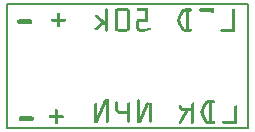
<source format=gbo>
G04 MADE WITH FRITZING*
G04 WWW.FRITZING.ORG*
G04 DOUBLE SIDED*
G04 HOLES PLATED*
G04 CONTOUR ON CENTER OF CONTOUR VECTOR*
%ASAXBY*%
%FSLAX23Y23*%
%MOIN*%
%OFA0B0*%
%SFA1.0B1.0*%
%ADD10R,0.808531X0.421496X0.792531X0.405496*%
%ADD11C,0.008000*%
%ADD12R,0.001000X0.001000*%
%LNSILK0*%
G90*
G70*
G54D11*
X4Y417D02*
X805Y417D01*
X805Y4D01*
X4Y4D01*
X4Y417D01*
D02*
G54D12*
X333Y401D02*
X337Y401D01*
X369Y401D02*
X406Y401D01*
X438Y401D02*
X474Y401D01*
X596Y401D02*
X615Y401D01*
X648Y401D02*
X691Y401D01*
X332Y400D02*
X338Y400D01*
X368Y400D02*
X407Y400D01*
X437Y400D02*
X474Y400D01*
X592Y400D02*
X617Y400D01*
X645Y400D02*
X692Y400D01*
X757Y400D02*
X762Y400D01*
X331Y399D02*
X339Y399D01*
X366Y399D02*
X409Y399D01*
X436Y399D02*
X474Y399D01*
X589Y399D02*
X618Y399D01*
X644Y399D02*
X692Y399D01*
X756Y399D02*
X763Y399D01*
X331Y398D02*
X339Y398D01*
X365Y398D02*
X410Y398D01*
X436Y398D02*
X474Y398D01*
X588Y398D02*
X619Y398D01*
X643Y398D02*
X692Y398D01*
X755Y398D02*
X764Y398D01*
X331Y397D02*
X340Y397D01*
X365Y397D02*
X410Y397D01*
X435Y397D02*
X474Y397D01*
X587Y397D02*
X619Y397D01*
X643Y397D02*
X692Y397D01*
X755Y397D02*
X764Y397D01*
X331Y396D02*
X340Y396D01*
X364Y396D02*
X411Y396D01*
X436Y396D02*
X474Y396D01*
X586Y396D02*
X619Y396D01*
X643Y396D02*
X692Y396D01*
X755Y396D02*
X764Y396D01*
X331Y395D02*
X340Y395D01*
X364Y395D02*
X411Y395D01*
X436Y395D02*
X474Y395D01*
X585Y395D02*
X619Y395D01*
X643Y395D02*
X692Y395D01*
X755Y395D02*
X764Y395D01*
X331Y394D02*
X340Y394D01*
X363Y394D02*
X412Y394D01*
X436Y394D02*
X474Y394D01*
X584Y394D02*
X619Y394D01*
X643Y394D02*
X692Y394D01*
X755Y394D02*
X764Y394D01*
X331Y393D02*
X340Y393D01*
X363Y393D02*
X412Y393D01*
X437Y393D02*
X474Y393D01*
X584Y393D02*
X618Y393D01*
X644Y393D02*
X692Y393D01*
X755Y393D02*
X764Y393D01*
X331Y392D02*
X340Y392D01*
X363Y392D02*
X412Y392D01*
X439Y392D02*
X474Y392D01*
X583Y392D02*
X617Y392D01*
X645Y392D02*
X692Y392D01*
X755Y392D02*
X764Y392D01*
X331Y391D02*
X340Y391D01*
X363Y391D02*
X372Y391D01*
X403Y391D02*
X412Y391D01*
X465Y391D02*
X474Y391D01*
X583Y391D02*
X615Y391D01*
X648Y391D02*
X692Y391D01*
X755Y391D02*
X764Y391D01*
X331Y390D02*
X340Y390D01*
X363Y390D02*
X372Y390D01*
X403Y390D02*
X412Y390D01*
X465Y390D02*
X474Y390D01*
X582Y390D02*
X593Y390D01*
X600Y390D02*
X610Y390D01*
X683Y390D02*
X692Y390D01*
X755Y390D02*
X764Y390D01*
X331Y389D02*
X340Y389D01*
X363Y389D02*
X372Y389D01*
X403Y389D02*
X412Y389D01*
X465Y389D02*
X474Y389D01*
X582Y389D02*
X592Y389D01*
X600Y389D02*
X610Y389D01*
X683Y389D02*
X692Y389D01*
X755Y389D02*
X764Y389D01*
X331Y388D02*
X340Y388D01*
X363Y388D02*
X372Y388D01*
X403Y388D02*
X412Y388D01*
X465Y388D02*
X474Y388D01*
X581Y388D02*
X591Y388D01*
X600Y388D02*
X610Y388D01*
X683Y388D02*
X692Y388D01*
X755Y388D02*
X764Y388D01*
X173Y387D02*
X177Y387D01*
X331Y387D02*
X340Y387D01*
X363Y387D02*
X372Y387D01*
X403Y387D02*
X412Y387D01*
X465Y387D02*
X474Y387D01*
X581Y387D02*
X591Y387D01*
X600Y387D02*
X610Y387D01*
X683Y387D02*
X692Y387D01*
X755Y387D02*
X764Y387D01*
X172Y386D02*
X178Y386D01*
X331Y386D02*
X340Y386D01*
X363Y386D02*
X372Y386D01*
X403Y386D02*
X412Y386D01*
X465Y386D02*
X474Y386D01*
X580Y386D02*
X590Y386D01*
X600Y386D02*
X610Y386D01*
X755Y386D02*
X764Y386D01*
X171Y385D02*
X179Y385D01*
X331Y385D02*
X340Y385D01*
X363Y385D02*
X372Y385D01*
X403Y385D02*
X412Y385D01*
X465Y385D02*
X474Y385D01*
X580Y385D02*
X590Y385D01*
X600Y385D02*
X610Y385D01*
X755Y385D02*
X764Y385D01*
X171Y384D02*
X179Y384D01*
X331Y384D02*
X340Y384D01*
X363Y384D02*
X372Y384D01*
X403Y384D02*
X412Y384D01*
X465Y384D02*
X474Y384D01*
X579Y384D02*
X589Y384D01*
X600Y384D02*
X610Y384D01*
X755Y384D02*
X764Y384D01*
X171Y383D02*
X180Y383D01*
X331Y383D02*
X340Y383D01*
X363Y383D02*
X372Y383D01*
X403Y383D02*
X412Y383D01*
X465Y383D02*
X474Y383D01*
X579Y383D02*
X589Y383D01*
X600Y383D02*
X610Y383D01*
X755Y383D02*
X764Y383D01*
X170Y382D02*
X180Y382D01*
X331Y382D02*
X340Y382D01*
X363Y382D02*
X372Y382D01*
X403Y382D02*
X412Y382D01*
X465Y382D02*
X474Y382D01*
X578Y382D02*
X588Y382D01*
X600Y382D02*
X610Y382D01*
X755Y382D02*
X764Y382D01*
X170Y381D02*
X180Y381D01*
X331Y381D02*
X340Y381D01*
X363Y381D02*
X372Y381D01*
X403Y381D02*
X412Y381D01*
X465Y381D02*
X474Y381D01*
X578Y381D02*
X588Y381D01*
X600Y381D02*
X610Y381D01*
X755Y381D02*
X764Y381D01*
X170Y380D02*
X180Y380D01*
X299Y380D02*
X302Y380D01*
X331Y380D02*
X340Y380D01*
X363Y380D02*
X372Y380D01*
X403Y380D02*
X412Y380D01*
X465Y380D02*
X474Y380D01*
X577Y380D02*
X587Y380D01*
X600Y380D02*
X610Y380D01*
X755Y380D02*
X764Y380D01*
X170Y379D02*
X180Y379D01*
X297Y379D02*
X304Y379D01*
X331Y379D02*
X340Y379D01*
X363Y379D02*
X372Y379D01*
X403Y379D02*
X412Y379D01*
X465Y379D02*
X474Y379D01*
X577Y379D02*
X587Y379D01*
X600Y379D02*
X610Y379D01*
X755Y379D02*
X764Y379D01*
X170Y378D02*
X180Y378D01*
X297Y378D02*
X305Y378D01*
X331Y378D02*
X340Y378D01*
X363Y378D02*
X372Y378D01*
X403Y378D02*
X412Y378D01*
X465Y378D02*
X474Y378D01*
X576Y378D02*
X586Y378D01*
X600Y378D02*
X610Y378D01*
X755Y378D02*
X764Y378D01*
X170Y377D02*
X180Y377D01*
X296Y377D02*
X306Y377D01*
X331Y377D02*
X340Y377D01*
X363Y377D02*
X372Y377D01*
X403Y377D02*
X412Y377D01*
X465Y377D02*
X474Y377D01*
X576Y377D02*
X586Y377D01*
X600Y377D02*
X610Y377D01*
X755Y377D02*
X764Y377D01*
X170Y376D02*
X180Y376D01*
X296Y376D02*
X307Y376D01*
X331Y376D02*
X340Y376D01*
X363Y376D02*
X372Y376D01*
X403Y376D02*
X412Y376D01*
X465Y376D02*
X474Y376D01*
X575Y376D02*
X585Y376D01*
X600Y376D02*
X610Y376D01*
X755Y376D02*
X764Y376D01*
X170Y375D02*
X180Y375D01*
X296Y375D02*
X308Y375D01*
X331Y375D02*
X340Y375D01*
X363Y375D02*
X372Y375D01*
X403Y375D02*
X412Y375D01*
X465Y375D02*
X474Y375D01*
X575Y375D02*
X585Y375D01*
X600Y375D02*
X610Y375D01*
X755Y375D02*
X764Y375D01*
X170Y374D02*
X180Y374D01*
X296Y374D02*
X310Y374D01*
X331Y374D02*
X340Y374D01*
X363Y374D02*
X372Y374D01*
X403Y374D02*
X412Y374D01*
X465Y374D02*
X474Y374D01*
X574Y374D02*
X584Y374D01*
X600Y374D02*
X610Y374D01*
X755Y374D02*
X764Y374D01*
X170Y373D02*
X180Y373D01*
X297Y373D02*
X311Y373D01*
X331Y373D02*
X340Y373D01*
X363Y373D02*
X372Y373D01*
X403Y373D02*
X412Y373D01*
X465Y373D02*
X474Y373D01*
X574Y373D02*
X584Y373D01*
X600Y373D02*
X610Y373D01*
X755Y373D02*
X764Y373D01*
X170Y372D02*
X180Y372D01*
X297Y372D02*
X312Y372D01*
X331Y372D02*
X340Y372D01*
X363Y372D02*
X372Y372D01*
X403Y372D02*
X412Y372D01*
X465Y372D02*
X474Y372D01*
X573Y372D02*
X583Y372D01*
X600Y372D02*
X610Y372D01*
X755Y372D02*
X764Y372D01*
X170Y371D02*
X180Y371D01*
X299Y371D02*
X313Y371D01*
X331Y371D02*
X340Y371D01*
X363Y371D02*
X372Y371D01*
X403Y371D02*
X412Y371D01*
X465Y371D02*
X474Y371D01*
X573Y371D02*
X583Y371D01*
X600Y371D02*
X610Y371D01*
X755Y371D02*
X764Y371D01*
X170Y370D02*
X180Y370D01*
X300Y370D02*
X314Y370D01*
X331Y370D02*
X340Y370D01*
X363Y370D02*
X372Y370D01*
X403Y370D02*
X412Y370D01*
X465Y370D02*
X474Y370D01*
X572Y370D02*
X582Y370D01*
X600Y370D02*
X610Y370D01*
X755Y370D02*
X764Y370D01*
X170Y369D02*
X180Y369D01*
X301Y369D02*
X315Y369D01*
X331Y369D02*
X340Y369D01*
X363Y369D02*
X372Y369D01*
X403Y369D02*
X412Y369D01*
X465Y369D02*
X474Y369D01*
X572Y369D02*
X582Y369D01*
X600Y369D02*
X610Y369D01*
X755Y369D02*
X764Y369D01*
X170Y368D02*
X180Y368D01*
X302Y368D02*
X317Y368D01*
X331Y368D02*
X340Y368D01*
X363Y368D02*
X372Y368D01*
X403Y368D02*
X412Y368D01*
X465Y368D02*
X474Y368D01*
X572Y368D02*
X581Y368D01*
X600Y368D02*
X610Y368D01*
X755Y368D02*
X764Y368D01*
X153Y367D02*
X197Y367D01*
X303Y367D02*
X318Y367D01*
X331Y367D02*
X340Y367D01*
X363Y367D02*
X372Y367D01*
X403Y367D02*
X412Y367D01*
X441Y367D02*
X474Y367D01*
X571Y367D02*
X581Y367D01*
X600Y367D02*
X610Y367D01*
X755Y367D02*
X764Y367D01*
X152Y366D02*
X198Y366D01*
X304Y366D02*
X319Y366D01*
X331Y366D02*
X340Y366D01*
X363Y366D02*
X372Y366D01*
X403Y366D02*
X412Y366D01*
X440Y366D02*
X474Y366D01*
X571Y366D02*
X581Y366D01*
X600Y366D02*
X610Y366D01*
X755Y366D02*
X764Y366D01*
X151Y365D02*
X199Y365D01*
X306Y365D02*
X320Y365D01*
X331Y365D02*
X340Y365D01*
X363Y365D02*
X372Y365D01*
X403Y365D02*
X412Y365D01*
X439Y365D02*
X474Y365D01*
X571Y365D02*
X580Y365D01*
X600Y365D02*
X610Y365D01*
X755Y365D02*
X764Y365D01*
X42Y364D02*
X83Y364D01*
X151Y364D02*
X199Y364D01*
X307Y364D02*
X321Y364D01*
X331Y364D02*
X340Y364D01*
X363Y364D02*
X372Y364D01*
X403Y364D02*
X412Y364D01*
X438Y364D02*
X474Y364D01*
X571Y364D02*
X580Y364D01*
X600Y364D02*
X610Y364D01*
X755Y364D02*
X764Y364D01*
X40Y363D02*
X85Y363D01*
X151Y363D02*
X199Y363D01*
X308Y363D02*
X322Y363D01*
X331Y363D02*
X340Y363D01*
X363Y363D02*
X372Y363D01*
X403Y363D02*
X412Y363D01*
X437Y363D02*
X474Y363D01*
X571Y363D02*
X580Y363D01*
X600Y363D02*
X610Y363D01*
X755Y363D02*
X764Y363D01*
X39Y362D02*
X86Y362D01*
X151Y362D02*
X199Y362D01*
X309Y362D02*
X324Y362D01*
X331Y362D02*
X340Y362D01*
X363Y362D02*
X372Y362D01*
X403Y362D02*
X412Y362D01*
X436Y362D02*
X474Y362D01*
X571Y362D02*
X580Y362D01*
X600Y362D02*
X610Y362D01*
X755Y362D02*
X764Y362D01*
X38Y361D02*
X86Y361D01*
X151Y361D02*
X199Y361D01*
X310Y361D02*
X325Y361D01*
X331Y361D02*
X340Y361D01*
X363Y361D02*
X372Y361D01*
X403Y361D02*
X412Y361D01*
X436Y361D02*
X474Y361D01*
X571Y361D02*
X580Y361D01*
X600Y361D02*
X610Y361D01*
X755Y361D02*
X764Y361D01*
X38Y360D02*
X87Y360D01*
X152Y360D02*
X198Y360D01*
X311Y360D02*
X326Y360D01*
X331Y360D02*
X340Y360D01*
X363Y360D02*
X372Y360D01*
X403Y360D02*
X412Y360D01*
X436Y360D02*
X474Y360D01*
X571Y360D02*
X580Y360D01*
X600Y360D02*
X610Y360D01*
X755Y360D02*
X764Y360D01*
X38Y359D02*
X87Y359D01*
X153Y359D02*
X197Y359D01*
X313Y359D02*
X327Y359D01*
X331Y359D02*
X340Y359D01*
X363Y359D02*
X372Y359D01*
X403Y359D02*
X412Y359D01*
X435Y359D02*
X474Y359D01*
X571Y359D02*
X580Y359D01*
X600Y359D02*
X610Y359D01*
X755Y359D02*
X764Y359D01*
X38Y358D02*
X87Y358D01*
X155Y358D02*
X195Y358D01*
X314Y358D02*
X328Y358D01*
X331Y358D02*
X340Y358D01*
X363Y358D02*
X372Y358D01*
X403Y358D02*
X412Y358D01*
X435Y358D02*
X474Y358D01*
X571Y358D02*
X581Y358D01*
X600Y358D02*
X610Y358D01*
X755Y358D02*
X764Y358D01*
X38Y357D02*
X87Y357D01*
X170Y357D02*
X180Y357D01*
X315Y357D02*
X340Y357D01*
X363Y357D02*
X372Y357D01*
X403Y357D02*
X412Y357D01*
X435Y357D02*
X444Y357D01*
X571Y357D02*
X581Y357D01*
X600Y357D02*
X610Y357D01*
X755Y357D02*
X764Y357D01*
X38Y356D02*
X87Y356D01*
X170Y356D02*
X180Y356D01*
X316Y356D02*
X340Y356D01*
X363Y356D02*
X372Y356D01*
X403Y356D02*
X412Y356D01*
X435Y356D02*
X444Y356D01*
X572Y356D02*
X581Y356D01*
X600Y356D02*
X610Y356D01*
X755Y356D02*
X764Y356D01*
X38Y355D02*
X87Y355D01*
X170Y355D02*
X180Y355D01*
X317Y355D02*
X340Y355D01*
X363Y355D02*
X372Y355D01*
X403Y355D02*
X412Y355D01*
X435Y355D02*
X444Y355D01*
X572Y355D02*
X582Y355D01*
X600Y355D02*
X610Y355D01*
X755Y355D02*
X764Y355D01*
X38Y354D02*
X87Y354D01*
X170Y354D02*
X180Y354D01*
X317Y354D02*
X340Y354D01*
X363Y354D02*
X372Y354D01*
X403Y354D02*
X412Y354D01*
X435Y354D02*
X444Y354D01*
X572Y354D02*
X582Y354D01*
X600Y354D02*
X610Y354D01*
X755Y354D02*
X764Y354D01*
X38Y353D02*
X86Y353D01*
X170Y353D02*
X180Y353D01*
X316Y353D02*
X340Y353D01*
X363Y353D02*
X372Y353D01*
X403Y353D02*
X412Y353D01*
X435Y353D02*
X444Y353D01*
X573Y353D02*
X583Y353D01*
X600Y353D02*
X610Y353D01*
X755Y353D02*
X764Y353D01*
X39Y352D02*
X86Y352D01*
X170Y352D02*
X180Y352D01*
X315Y352D02*
X340Y352D01*
X363Y352D02*
X372Y352D01*
X403Y352D02*
X412Y352D01*
X435Y352D02*
X444Y352D01*
X573Y352D02*
X583Y352D01*
X600Y352D02*
X610Y352D01*
X755Y352D02*
X764Y352D01*
X40Y351D02*
X85Y351D01*
X170Y351D02*
X180Y351D01*
X314Y351D02*
X340Y351D01*
X363Y351D02*
X372Y351D01*
X403Y351D02*
X412Y351D01*
X435Y351D02*
X444Y351D01*
X574Y351D02*
X584Y351D01*
X600Y351D02*
X610Y351D01*
X755Y351D02*
X764Y351D01*
X42Y350D02*
X83Y350D01*
X170Y350D02*
X180Y350D01*
X313Y350D02*
X340Y350D01*
X363Y350D02*
X372Y350D01*
X403Y350D02*
X412Y350D01*
X435Y350D02*
X444Y350D01*
X574Y350D02*
X584Y350D01*
X600Y350D02*
X610Y350D01*
X755Y350D02*
X764Y350D01*
X170Y349D02*
X180Y349D01*
X312Y349D02*
X340Y349D01*
X363Y349D02*
X372Y349D01*
X403Y349D02*
X412Y349D01*
X435Y349D02*
X444Y349D01*
X575Y349D02*
X585Y349D01*
X600Y349D02*
X610Y349D01*
X755Y349D02*
X764Y349D01*
X170Y348D02*
X180Y348D01*
X310Y348D02*
X340Y348D01*
X363Y348D02*
X372Y348D01*
X403Y348D02*
X412Y348D01*
X435Y348D02*
X444Y348D01*
X575Y348D02*
X585Y348D01*
X600Y348D02*
X610Y348D01*
X755Y348D02*
X764Y348D01*
X170Y347D02*
X180Y347D01*
X309Y347D02*
X324Y347D01*
X327Y347D02*
X340Y347D01*
X363Y347D02*
X372Y347D01*
X403Y347D02*
X412Y347D01*
X435Y347D02*
X444Y347D01*
X576Y347D02*
X586Y347D01*
X600Y347D02*
X610Y347D01*
X755Y347D02*
X764Y347D01*
X170Y346D02*
X180Y346D01*
X308Y346D02*
X323Y346D01*
X328Y346D02*
X340Y346D01*
X363Y346D02*
X372Y346D01*
X403Y346D02*
X412Y346D01*
X435Y346D02*
X444Y346D01*
X576Y346D02*
X586Y346D01*
X600Y346D02*
X610Y346D01*
X755Y346D02*
X764Y346D01*
X170Y345D02*
X180Y345D01*
X307Y345D02*
X322Y345D01*
X329Y345D02*
X340Y345D01*
X363Y345D02*
X372Y345D01*
X403Y345D02*
X412Y345D01*
X435Y345D02*
X444Y345D01*
X577Y345D02*
X587Y345D01*
X600Y345D02*
X610Y345D01*
X755Y345D02*
X764Y345D01*
X170Y344D02*
X180Y344D01*
X306Y344D02*
X320Y344D01*
X330Y344D02*
X340Y344D01*
X363Y344D02*
X372Y344D01*
X403Y344D02*
X412Y344D01*
X435Y344D02*
X444Y344D01*
X577Y344D02*
X587Y344D01*
X600Y344D02*
X610Y344D01*
X755Y344D02*
X764Y344D01*
X171Y343D02*
X180Y343D01*
X305Y343D02*
X319Y343D01*
X331Y343D02*
X340Y343D01*
X363Y343D02*
X372Y343D01*
X403Y343D02*
X412Y343D01*
X435Y343D02*
X444Y343D01*
X578Y343D02*
X588Y343D01*
X600Y343D02*
X610Y343D01*
X755Y343D02*
X764Y343D01*
X171Y342D02*
X179Y342D01*
X303Y342D02*
X318Y342D01*
X331Y342D02*
X340Y342D01*
X363Y342D02*
X372Y342D01*
X403Y342D02*
X412Y342D01*
X435Y342D02*
X444Y342D01*
X578Y342D02*
X588Y342D01*
X600Y342D02*
X610Y342D01*
X755Y342D02*
X764Y342D01*
X171Y341D02*
X179Y341D01*
X302Y341D02*
X317Y341D01*
X331Y341D02*
X340Y341D01*
X363Y341D02*
X372Y341D01*
X403Y341D02*
X412Y341D01*
X435Y341D02*
X444Y341D01*
X579Y341D02*
X589Y341D01*
X600Y341D02*
X610Y341D01*
X755Y341D02*
X764Y341D01*
X172Y340D02*
X178Y340D01*
X301Y340D02*
X316Y340D01*
X331Y340D02*
X340Y340D01*
X363Y340D02*
X372Y340D01*
X403Y340D02*
X412Y340D01*
X435Y340D02*
X444Y340D01*
X579Y340D02*
X589Y340D01*
X600Y340D02*
X610Y340D01*
X755Y340D02*
X764Y340D01*
X173Y339D02*
X177Y339D01*
X300Y339D02*
X314Y339D01*
X331Y339D02*
X340Y339D01*
X363Y339D02*
X372Y339D01*
X403Y339D02*
X412Y339D01*
X435Y339D02*
X444Y339D01*
X580Y339D02*
X590Y339D01*
X600Y339D02*
X610Y339D01*
X755Y339D02*
X764Y339D01*
X299Y338D02*
X313Y338D01*
X331Y338D02*
X340Y338D01*
X363Y338D02*
X372Y338D01*
X403Y338D02*
X412Y338D01*
X435Y338D02*
X444Y338D01*
X479Y338D02*
X480Y338D01*
X580Y338D02*
X591Y338D01*
X600Y338D02*
X610Y338D01*
X755Y338D02*
X764Y338D01*
X298Y337D02*
X312Y337D01*
X331Y337D02*
X340Y337D01*
X363Y337D02*
X372Y337D01*
X403Y337D02*
X412Y337D01*
X435Y337D02*
X444Y337D01*
X476Y337D02*
X482Y337D01*
X581Y337D02*
X591Y337D01*
X600Y337D02*
X610Y337D01*
X755Y337D02*
X764Y337D01*
X296Y336D02*
X311Y336D01*
X331Y336D02*
X340Y336D01*
X363Y336D02*
X372Y336D01*
X403Y336D02*
X412Y336D01*
X435Y336D02*
X444Y336D01*
X474Y336D02*
X483Y336D01*
X581Y336D02*
X592Y336D01*
X600Y336D02*
X610Y336D01*
X755Y336D02*
X764Y336D01*
X295Y335D02*
X310Y335D01*
X331Y335D02*
X340Y335D01*
X363Y335D02*
X372Y335D01*
X403Y335D02*
X412Y335D01*
X435Y335D02*
X444Y335D01*
X472Y335D02*
X484Y335D01*
X582Y335D02*
X592Y335D01*
X600Y335D02*
X610Y335D01*
X755Y335D02*
X764Y335D01*
X294Y334D02*
X309Y334D01*
X331Y334D02*
X340Y334D01*
X363Y334D02*
X373Y334D01*
X402Y334D02*
X412Y334D01*
X435Y334D02*
X445Y334D01*
X469Y334D02*
X484Y334D01*
X582Y334D02*
X593Y334D01*
X600Y334D02*
X610Y334D01*
X755Y334D02*
X764Y334D01*
X293Y333D02*
X307Y333D01*
X331Y333D02*
X340Y333D01*
X363Y333D02*
X412Y333D01*
X435Y333D02*
X484Y333D01*
X583Y333D02*
X616Y333D01*
X719Y333D02*
X764Y333D01*
X292Y332D02*
X306Y332D01*
X331Y332D02*
X340Y332D01*
X363Y332D02*
X412Y332D01*
X436Y332D02*
X484Y332D01*
X583Y332D02*
X618Y332D01*
X717Y332D02*
X764Y332D01*
X296Y331D02*
X305Y331D01*
X331Y331D02*
X340Y331D01*
X364Y331D02*
X411Y331D01*
X436Y331D02*
X482Y331D01*
X584Y331D02*
X619Y331D01*
X716Y331D02*
X764Y331D01*
X301Y330D02*
X304Y330D01*
X331Y330D02*
X340Y330D01*
X364Y330D02*
X411Y330D01*
X436Y330D02*
X477Y330D01*
X584Y330D02*
X619Y330D01*
X716Y330D02*
X764Y330D01*
X331Y329D02*
X340Y329D01*
X365Y329D02*
X410Y329D01*
X437Y329D02*
X474Y329D01*
X585Y329D02*
X619Y329D01*
X715Y329D02*
X764Y329D01*
X331Y328D02*
X339Y328D01*
X365Y328D02*
X410Y328D01*
X437Y328D02*
X471Y328D01*
X586Y328D02*
X619Y328D01*
X715Y328D02*
X764Y328D01*
X331Y327D02*
X339Y327D01*
X366Y327D02*
X409Y327D01*
X438Y327D02*
X469Y327D01*
X587Y327D02*
X619Y327D01*
X715Y327D02*
X764Y327D01*
X332Y326D02*
X339Y326D01*
X367Y326D02*
X408Y326D01*
X439Y326D02*
X467Y326D01*
X588Y326D02*
X619Y326D01*
X716Y326D02*
X764Y326D01*
X333Y325D02*
X338Y325D01*
X369Y325D02*
X406Y325D01*
X441Y325D02*
X466Y325D01*
X590Y325D02*
X618Y325D01*
X716Y325D02*
X764Y325D01*
X335Y324D02*
X335Y324D01*
X372Y324D02*
X403Y324D01*
X444Y324D02*
X464Y324D01*
X592Y324D02*
X617Y324D01*
X718Y324D02*
X764Y324D01*
X329Y98D02*
X341Y98D01*
X441Y98D02*
X442Y98D01*
X328Y97D02*
X341Y97D01*
X439Y97D02*
X444Y97D01*
X328Y96D02*
X341Y96D01*
X438Y96D02*
X445Y96D01*
X327Y95D02*
X341Y95D01*
X437Y95D02*
X445Y95D01*
X327Y94D02*
X341Y94D01*
X437Y94D02*
X446Y94D01*
X671Y94D02*
X694Y94D01*
X326Y93D02*
X341Y93D01*
X437Y93D02*
X446Y93D01*
X668Y93D02*
X696Y93D01*
X326Y92D02*
X341Y92D01*
X437Y92D02*
X446Y92D01*
X666Y92D02*
X696Y92D01*
X325Y91D02*
X341Y91D01*
X367Y91D02*
X368Y91D01*
X437Y91D02*
X446Y91D01*
X665Y91D02*
X697Y91D01*
X325Y90D02*
X341Y90D01*
X366Y90D02*
X369Y90D01*
X437Y90D02*
X446Y90D01*
X469Y90D02*
X469Y90D01*
X664Y90D02*
X697Y90D01*
X325Y89D02*
X341Y89D01*
X366Y89D02*
X371Y89D01*
X413Y89D02*
X413Y89D01*
X437Y89D02*
X446Y89D01*
X469Y89D02*
X471Y89D01*
X625Y89D02*
X625Y89D01*
X663Y89D02*
X697Y89D01*
X324Y88D02*
X341Y88D01*
X365Y88D02*
X373Y88D01*
X411Y88D02*
X413Y88D01*
X437Y88D02*
X446Y88D01*
X469Y88D02*
X473Y88D01*
X624Y88D02*
X625Y88D01*
X662Y88D02*
X697Y88D01*
X324Y87D02*
X341Y87D01*
X365Y87D02*
X375Y87D01*
X409Y87D02*
X413Y87D01*
X437Y87D02*
X446Y87D01*
X468Y87D02*
X475Y87D01*
X623Y87D02*
X625Y87D01*
X661Y87D02*
X696Y87D01*
X323Y86D02*
X341Y86D01*
X365Y86D02*
X375Y86D01*
X407Y86D02*
X413Y86D01*
X437Y86D02*
X446Y86D01*
X468Y86D02*
X478Y86D01*
X622Y86D02*
X625Y86D01*
X661Y86D02*
X696Y86D01*
X323Y85D02*
X341Y85D01*
X365Y85D02*
X374Y85D01*
X404Y85D02*
X413Y85D01*
X437Y85D02*
X446Y85D01*
X467Y85D02*
X481Y85D01*
X621Y85D02*
X625Y85D01*
X660Y85D02*
X694Y85D01*
X298Y84D02*
X301Y84D01*
X322Y84D02*
X341Y84D01*
X364Y84D02*
X374Y84D01*
X404Y84D02*
X413Y84D01*
X437Y84D02*
X446Y84D01*
X467Y84D02*
X485Y84D01*
X620Y84D02*
X625Y84D01*
X660Y84D02*
X671Y84D01*
X678Y84D02*
X687Y84D01*
X292Y83D02*
X301Y83D01*
X322Y83D02*
X341Y83D01*
X364Y83D02*
X373Y83D01*
X404Y83D02*
X413Y83D01*
X437Y83D02*
X446Y83D01*
X466Y83D02*
X485Y83D01*
X618Y83D02*
X625Y83D01*
X659Y83D02*
X670Y83D01*
X678Y83D02*
X687Y83D01*
X292Y82D02*
X301Y82D01*
X321Y82D02*
X341Y82D01*
X364Y82D02*
X373Y82D01*
X404Y82D02*
X413Y82D01*
X437Y82D02*
X446Y82D01*
X466Y82D02*
X485Y82D01*
X617Y82D02*
X625Y82D01*
X659Y82D02*
X669Y82D01*
X678Y82D02*
X687Y82D01*
X292Y81D02*
X301Y81D01*
X321Y81D02*
X341Y81D01*
X364Y81D02*
X373Y81D01*
X404Y81D02*
X413Y81D01*
X437Y81D02*
X446Y81D01*
X465Y81D02*
X485Y81D01*
X616Y81D02*
X625Y81D01*
X658Y81D02*
X669Y81D01*
X678Y81D02*
X687Y81D01*
X292Y80D02*
X301Y80D01*
X321Y80D02*
X341Y80D01*
X364Y80D02*
X373Y80D01*
X404Y80D02*
X413Y80D01*
X437Y80D02*
X446Y80D01*
X465Y80D02*
X485Y80D01*
X576Y80D02*
X577Y80D01*
X616Y80D02*
X625Y80D01*
X658Y80D02*
X668Y80D01*
X678Y80D02*
X687Y80D01*
X292Y79D02*
X301Y79D01*
X320Y79D02*
X330Y79D01*
X332Y79D02*
X341Y79D01*
X364Y79D02*
X373Y79D01*
X404Y79D02*
X413Y79D01*
X437Y79D02*
X446Y79D01*
X465Y79D02*
X485Y79D01*
X576Y79D02*
X579Y79D01*
X616Y79D02*
X625Y79D01*
X657Y79D02*
X668Y79D01*
X678Y79D02*
X687Y79D01*
X769Y79D02*
X769Y79D01*
X292Y78D02*
X301Y78D01*
X320Y78D02*
X330Y78D01*
X332Y78D02*
X341Y78D01*
X364Y78D02*
X373Y78D01*
X404Y78D02*
X413Y78D01*
X437Y78D02*
X446Y78D01*
X464Y78D02*
X474Y78D01*
X476Y78D02*
X485Y78D01*
X576Y78D02*
X581Y78D01*
X616Y78D02*
X625Y78D01*
X657Y78D02*
X667Y78D01*
X678Y78D02*
X687Y78D01*
X767Y78D02*
X769Y78D01*
X292Y77D02*
X301Y77D01*
X319Y77D02*
X329Y77D01*
X332Y77D02*
X341Y77D01*
X364Y77D02*
X373Y77D01*
X404Y77D02*
X413Y77D01*
X437Y77D02*
X446Y77D01*
X464Y77D02*
X474Y77D01*
X476Y77D02*
X485Y77D01*
X576Y77D02*
X584Y77D01*
X616Y77D02*
X625Y77D01*
X656Y77D02*
X667Y77D01*
X678Y77D02*
X687Y77D01*
X764Y77D02*
X769Y77D01*
X292Y76D02*
X301Y76D01*
X319Y76D02*
X329Y76D01*
X332Y76D02*
X341Y76D01*
X364Y76D02*
X373Y76D01*
X404Y76D02*
X413Y76D01*
X437Y76D02*
X446Y76D01*
X463Y76D02*
X473Y76D01*
X476Y76D02*
X485Y76D01*
X576Y76D02*
X585Y76D01*
X616Y76D02*
X625Y76D01*
X656Y76D02*
X666Y76D01*
X678Y76D02*
X687Y76D01*
X760Y76D02*
X769Y76D01*
X292Y75D02*
X301Y75D01*
X318Y75D02*
X328Y75D01*
X332Y75D02*
X341Y75D01*
X364Y75D02*
X373Y75D01*
X404Y75D02*
X413Y75D01*
X437Y75D02*
X446Y75D01*
X463Y75D02*
X473Y75D01*
X476Y75D02*
X485Y75D01*
X576Y75D02*
X585Y75D01*
X616Y75D02*
X625Y75D01*
X655Y75D02*
X666Y75D01*
X678Y75D02*
X687Y75D01*
X760Y75D02*
X769Y75D01*
X292Y74D02*
X301Y74D01*
X318Y74D02*
X328Y74D01*
X332Y74D02*
X341Y74D01*
X364Y74D02*
X373Y74D01*
X404Y74D02*
X413Y74D01*
X437Y74D02*
X446Y74D01*
X462Y74D02*
X473Y74D01*
X476Y74D02*
X485Y74D01*
X576Y74D02*
X585Y74D01*
X616Y74D02*
X625Y74D01*
X655Y74D02*
X665Y74D01*
X678Y74D02*
X687Y74D01*
X760Y74D02*
X769Y74D01*
X292Y73D02*
X301Y73D01*
X317Y73D02*
X328Y73D01*
X332Y73D02*
X341Y73D01*
X364Y73D02*
X373Y73D01*
X404Y73D02*
X413Y73D01*
X437Y73D02*
X446Y73D01*
X462Y73D02*
X472Y73D01*
X476Y73D02*
X485Y73D01*
X576Y73D02*
X585Y73D01*
X616Y73D02*
X625Y73D01*
X654Y73D02*
X665Y73D01*
X678Y73D02*
X687Y73D01*
X760Y73D02*
X769Y73D01*
X292Y72D02*
X301Y72D01*
X317Y72D02*
X327Y72D01*
X332Y72D02*
X341Y72D01*
X364Y72D02*
X373Y72D01*
X404Y72D02*
X413Y72D01*
X437Y72D02*
X446Y72D01*
X462Y72D02*
X472Y72D01*
X476Y72D02*
X485Y72D01*
X576Y72D02*
X586Y72D01*
X616Y72D02*
X625Y72D01*
X654Y72D02*
X664Y72D01*
X678Y72D02*
X687Y72D01*
X760Y72D02*
X769Y72D01*
X292Y71D02*
X301Y71D01*
X317Y71D02*
X327Y71D01*
X332Y71D02*
X341Y71D01*
X364Y71D02*
X373Y71D01*
X404Y71D02*
X413Y71D01*
X437Y71D02*
X446Y71D01*
X461Y71D02*
X471Y71D01*
X476Y71D02*
X485Y71D01*
X576Y71D02*
X586Y71D01*
X616Y71D02*
X625Y71D01*
X653Y71D02*
X664Y71D01*
X678Y71D02*
X687Y71D01*
X760Y71D02*
X769Y71D01*
X292Y70D02*
X301Y70D01*
X316Y70D02*
X326Y70D01*
X332Y70D02*
X341Y70D01*
X364Y70D02*
X373Y70D01*
X404Y70D02*
X413Y70D01*
X437Y70D02*
X446Y70D01*
X461Y70D02*
X471Y70D01*
X476Y70D02*
X485Y70D01*
X577Y70D02*
X588Y70D01*
X616Y70D02*
X625Y70D01*
X653Y70D02*
X663Y70D01*
X678Y70D02*
X687Y70D01*
X760Y70D02*
X769Y70D01*
X292Y69D02*
X301Y69D01*
X316Y69D02*
X326Y69D01*
X332Y69D02*
X341Y69D01*
X364Y69D02*
X373Y69D01*
X404Y69D02*
X413Y69D01*
X437Y69D02*
X446Y69D01*
X460Y69D02*
X470Y69D01*
X476Y69D02*
X485Y69D01*
X577Y69D02*
X625Y69D01*
X652Y69D02*
X663Y69D01*
X678Y69D02*
X687Y69D01*
X760Y69D02*
X769Y69D01*
X292Y68D02*
X301Y68D01*
X315Y68D02*
X325Y68D01*
X332Y68D02*
X341Y68D01*
X364Y68D02*
X373Y68D01*
X404Y68D02*
X413Y68D01*
X437Y68D02*
X446Y68D01*
X460Y68D02*
X470Y68D01*
X476Y68D02*
X485Y68D01*
X577Y68D02*
X625Y68D01*
X652Y68D02*
X662Y68D01*
X678Y68D02*
X687Y68D01*
X760Y68D02*
X769Y68D01*
X292Y67D02*
X301Y67D01*
X315Y67D02*
X325Y67D01*
X332Y67D02*
X341Y67D01*
X364Y67D02*
X373Y67D01*
X404Y67D02*
X413Y67D01*
X437Y67D02*
X446Y67D01*
X459Y67D02*
X469Y67D01*
X476Y67D02*
X485Y67D01*
X578Y67D02*
X625Y67D01*
X651Y67D02*
X662Y67D01*
X678Y67D02*
X687Y67D01*
X760Y67D02*
X769Y67D01*
X292Y66D02*
X301Y66D01*
X314Y66D02*
X325Y66D01*
X332Y66D02*
X341Y66D01*
X364Y66D02*
X373Y66D01*
X404Y66D02*
X413Y66D01*
X437Y66D02*
X446Y66D01*
X459Y66D02*
X469Y66D01*
X476Y66D02*
X485Y66D01*
X578Y66D02*
X625Y66D01*
X651Y66D02*
X661Y66D01*
X678Y66D02*
X687Y66D01*
X760Y66D02*
X769Y66D01*
X166Y65D02*
X169Y65D01*
X292Y65D02*
X301Y65D01*
X314Y65D02*
X324Y65D01*
X332Y65D02*
X341Y65D01*
X364Y65D02*
X373Y65D01*
X404Y65D02*
X413Y65D01*
X437Y65D02*
X446Y65D01*
X458Y65D02*
X469Y65D01*
X476Y65D02*
X485Y65D01*
X579Y65D02*
X625Y65D01*
X650Y65D02*
X661Y65D01*
X678Y65D02*
X687Y65D01*
X760Y65D02*
X769Y65D01*
X165Y64D02*
X170Y64D01*
X292Y64D02*
X301Y64D01*
X314Y64D02*
X324Y64D01*
X332Y64D02*
X341Y64D01*
X364Y64D02*
X374Y64D01*
X404Y64D02*
X413Y64D01*
X437Y64D02*
X446Y64D01*
X458Y64D02*
X468Y64D01*
X476Y64D02*
X485Y64D01*
X580Y64D02*
X625Y64D01*
X650Y64D02*
X660Y64D01*
X678Y64D02*
X687Y64D01*
X760Y64D02*
X769Y64D01*
X164Y63D02*
X171Y63D01*
X292Y63D02*
X301Y63D01*
X313Y63D02*
X323Y63D01*
X332Y63D02*
X341Y63D01*
X365Y63D02*
X374Y63D01*
X404Y63D02*
X413Y63D01*
X437Y63D02*
X446Y63D01*
X458Y63D02*
X468Y63D01*
X476Y63D02*
X485Y63D01*
X581Y63D02*
X625Y63D01*
X650Y63D02*
X660Y63D01*
X678Y63D02*
X687Y63D01*
X760Y63D02*
X769Y63D01*
X163Y62D02*
X172Y62D01*
X292Y62D02*
X301Y62D01*
X313Y62D02*
X323Y62D01*
X332Y62D02*
X341Y62D01*
X365Y62D02*
X375Y62D01*
X404Y62D02*
X413Y62D01*
X437Y62D02*
X446Y62D01*
X457Y62D02*
X467Y62D01*
X476Y62D02*
X485Y62D01*
X582Y62D02*
X625Y62D01*
X649Y62D02*
X659Y62D01*
X678Y62D02*
X687Y62D01*
X760Y62D02*
X769Y62D01*
X163Y61D02*
X172Y61D01*
X292Y61D02*
X301Y61D01*
X312Y61D02*
X322Y61D01*
X332Y61D02*
X341Y61D01*
X365Y61D02*
X376Y61D01*
X404Y61D02*
X413Y61D01*
X437Y61D02*
X446Y61D01*
X457Y61D02*
X467Y61D01*
X476Y61D02*
X485Y61D01*
X584Y61D02*
X625Y61D01*
X649Y61D02*
X659Y61D01*
X678Y61D02*
X687Y61D01*
X760Y61D02*
X769Y61D01*
X163Y60D02*
X172Y60D01*
X292Y60D02*
X301Y60D01*
X312Y60D02*
X322Y60D01*
X332Y60D02*
X341Y60D01*
X365Y60D02*
X413Y60D01*
X437Y60D02*
X446Y60D01*
X456Y60D02*
X466Y60D01*
X476Y60D02*
X485Y60D01*
X586Y60D02*
X625Y60D01*
X649Y60D02*
X658Y60D01*
X678Y60D02*
X687Y60D01*
X760Y60D02*
X769Y60D01*
X163Y59D02*
X172Y59D01*
X292Y59D02*
X301Y59D01*
X311Y59D02*
X321Y59D01*
X332Y59D02*
X341Y59D01*
X366Y59D02*
X413Y59D01*
X437Y59D02*
X446Y59D01*
X456Y59D02*
X466Y59D01*
X476Y59D02*
X485Y59D01*
X591Y59D02*
X625Y59D01*
X649Y59D02*
X658Y59D01*
X678Y59D02*
X687Y59D01*
X760Y59D02*
X769Y59D01*
X163Y58D02*
X172Y58D01*
X292Y58D02*
X301Y58D01*
X311Y58D02*
X321Y58D01*
X332Y58D02*
X341Y58D01*
X366Y58D02*
X413Y58D01*
X437Y58D02*
X446Y58D01*
X455Y58D02*
X466Y58D01*
X476Y58D02*
X485Y58D01*
X596Y58D02*
X607Y58D01*
X616Y58D02*
X625Y58D01*
X648Y58D02*
X658Y58D01*
X678Y58D02*
X687Y58D01*
X760Y58D02*
X769Y58D01*
X163Y57D02*
X172Y57D01*
X292Y57D02*
X301Y57D01*
X310Y57D02*
X321Y57D01*
X332Y57D02*
X341Y57D01*
X367Y57D02*
X413Y57D01*
X437Y57D02*
X446Y57D01*
X455Y57D02*
X465Y57D01*
X476Y57D02*
X485Y57D01*
X596Y57D02*
X607Y57D01*
X616Y57D02*
X625Y57D01*
X648Y57D02*
X658Y57D01*
X678Y57D02*
X687Y57D01*
X760Y57D02*
X769Y57D01*
X163Y56D02*
X172Y56D01*
X292Y56D02*
X301Y56D01*
X310Y56D02*
X320Y56D01*
X332Y56D02*
X341Y56D01*
X368Y56D02*
X413Y56D01*
X437Y56D02*
X446Y56D01*
X455Y56D02*
X465Y56D01*
X476Y56D02*
X485Y56D01*
X595Y56D02*
X606Y56D01*
X616Y56D02*
X625Y56D01*
X648Y56D02*
X657Y56D01*
X678Y56D02*
X687Y56D01*
X760Y56D02*
X769Y56D01*
X163Y55D02*
X172Y55D01*
X292Y55D02*
X301Y55D01*
X310Y55D02*
X320Y55D01*
X332Y55D02*
X341Y55D01*
X368Y55D02*
X413Y55D01*
X437Y55D02*
X446Y55D01*
X454Y55D02*
X464Y55D01*
X476Y55D02*
X485Y55D01*
X595Y55D02*
X605Y55D01*
X616Y55D02*
X625Y55D01*
X648Y55D02*
X657Y55D01*
X678Y55D02*
X687Y55D01*
X760Y55D02*
X769Y55D01*
X163Y54D02*
X172Y54D01*
X292Y54D02*
X301Y54D01*
X309Y54D02*
X319Y54D01*
X332Y54D02*
X341Y54D01*
X369Y54D02*
X413Y54D01*
X437Y54D02*
X446Y54D01*
X454Y54D02*
X464Y54D01*
X476Y54D02*
X485Y54D01*
X594Y54D02*
X605Y54D01*
X616Y54D02*
X625Y54D01*
X648Y54D02*
X658Y54D01*
X678Y54D02*
X687Y54D01*
X760Y54D02*
X769Y54D01*
X163Y53D02*
X172Y53D01*
X292Y53D02*
X301Y53D01*
X309Y53D02*
X319Y53D01*
X332Y53D02*
X341Y53D01*
X371Y53D02*
X413Y53D01*
X437Y53D02*
X446Y53D01*
X453Y53D02*
X463Y53D01*
X476Y53D02*
X485Y53D01*
X594Y53D02*
X604Y53D01*
X616Y53D02*
X625Y53D01*
X648Y53D02*
X658Y53D01*
X678Y53D02*
X687Y53D01*
X760Y53D02*
X769Y53D01*
X163Y52D02*
X172Y52D01*
X292Y52D02*
X301Y52D01*
X308Y52D02*
X318Y52D01*
X332Y52D02*
X341Y52D01*
X372Y52D02*
X413Y52D01*
X437Y52D02*
X446Y52D01*
X453Y52D02*
X463Y52D01*
X476Y52D02*
X485Y52D01*
X593Y52D02*
X604Y52D01*
X616Y52D02*
X625Y52D01*
X649Y52D02*
X658Y52D01*
X678Y52D02*
X687Y52D01*
X760Y52D02*
X769Y52D01*
X163Y51D02*
X172Y51D01*
X292Y51D02*
X301Y51D01*
X308Y51D02*
X318Y51D01*
X332Y51D02*
X341Y51D01*
X374Y51D02*
X413Y51D01*
X437Y51D02*
X446Y51D01*
X452Y51D02*
X462Y51D01*
X476Y51D02*
X485Y51D01*
X592Y51D02*
X603Y51D01*
X616Y51D02*
X625Y51D01*
X649Y51D02*
X658Y51D01*
X678Y51D02*
X687Y51D01*
X760Y51D02*
X769Y51D01*
X163Y50D02*
X172Y50D01*
X292Y50D02*
X301Y50D01*
X307Y50D02*
X317Y50D01*
X332Y50D02*
X341Y50D01*
X379Y50D02*
X413Y50D01*
X437Y50D02*
X446Y50D01*
X452Y50D02*
X462Y50D01*
X476Y50D02*
X485Y50D01*
X592Y50D02*
X603Y50D01*
X616Y50D02*
X625Y50D01*
X649Y50D02*
X659Y50D01*
X678Y50D02*
X687Y50D01*
X760Y50D02*
X769Y50D01*
X163Y49D02*
X172Y49D01*
X292Y49D02*
X301Y49D01*
X307Y49D02*
X317Y49D01*
X332Y49D02*
X341Y49D01*
X404Y49D02*
X413Y49D01*
X437Y49D02*
X446Y49D01*
X451Y49D02*
X462Y49D01*
X476Y49D02*
X485Y49D01*
X591Y49D02*
X602Y49D01*
X616Y49D02*
X625Y49D01*
X649Y49D02*
X659Y49D01*
X678Y49D02*
X687Y49D01*
X760Y49D02*
X769Y49D01*
X163Y48D02*
X172Y48D01*
X292Y48D02*
X301Y48D01*
X307Y48D02*
X317Y48D01*
X332Y48D02*
X341Y48D01*
X404Y48D02*
X413Y48D01*
X437Y48D02*
X446Y48D01*
X451Y48D02*
X461Y48D01*
X476Y48D02*
X485Y48D01*
X591Y48D02*
X601Y48D01*
X616Y48D02*
X625Y48D01*
X650Y48D02*
X660Y48D01*
X678Y48D02*
X687Y48D01*
X760Y48D02*
X769Y48D01*
X163Y47D02*
X172Y47D01*
X292Y47D02*
X301Y47D01*
X306Y47D02*
X316Y47D01*
X332Y47D02*
X341Y47D01*
X404Y47D02*
X413Y47D01*
X437Y47D02*
X446Y47D01*
X451Y47D02*
X461Y47D01*
X476Y47D02*
X485Y47D01*
X590Y47D02*
X601Y47D01*
X616Y47D02*
X625Y47D01*
X650Y47D02*
X660Y47D01*
X678Y47D02*
X687Y47D01*
X760Y47D02*
X769Y47D01*
X163Y46D02*
X172Y46D01*
X292Y46D02*
X301Y46D01*
X306Y46D02*
X316Y46D01*
X332Y46D02*
X341Y46D01*
X404Y46D02*
X413Y46D01*
X437Y46D02*
X446Y46D01*
X450Y46D02*
X460Y46D01*
X476Y46D02*
X485Y46D01*
X589Y46D02*
X600Y46D01*
X616Y46D02*
X625Y46D01*
X650Y46D02*
X661Y46D01*
X678Y46D02*
X687Y46D01*
X760Y46D02*
X769Y46D01*
X146Y45D02*
X189Y45D01*
X292Y45D02*
X301Y45D01*
X305Y45D02*
X315Y45D01*
X332Y45D02*
X341Y45D01*
X404Y45D02*
X413Y45D01*
X437Y45D02*
X446Y45D01*
X450Y45D02*
X460Y45D01*
X476Y45D02*
X485Y45D01*
X589Y45D02*
X600Y45D01*
X616Y45D02*
X625Y45D01*
X651Y45D02*
X661Y45D01*
X678Y45D02*
X687Y45D01*
X760Y45D02*
X769Y45D01*
X145Y44D02*
X190Y44D01*
X292Y44D02*
X301Y44D01*
X305Y44D02*
X315Y44D01*
X332Y44D02*
X341Y44D01*
X404Y44D02*
X413Y44D01*
X437Y44D02*
X446Y44D01*
X449Y44D02*
X459Y44D01*
X476Y44D02*
X485Y44D01*
X588Y44D02*
X599Y44D01*
X616Y44D02*
X625Y44D01*
X651Y44D02*
X662Y44D01*
X678Y44D02*
X687Y44D01*
X760Y44D02*
X769Y44D01*
X144Y43D02*
X191Y43D01*
X292Y43D02*
X301Y43D01*
X304Y43D02*
X314Y43D01*
X332Y43D02*
X341Y43D01*
X404Y43D02*
X413Y43D01*
X437Y43D02*
X446Y43D01*
X449Y43D02*
X459Y43D01*
X476Y43D02*
X485Y43D01*
X588Y43D02*
X598Y43D01*
X616Y43D02*
X625Y43D01*
X652Y43D02*
X662Y43D01*
X678Y43D02*
X687Y43D01*
X760Y43D02*
X769Y43D01*
X143Y42D02*
X192Y42D01*
X292Y42D02*
X301Y42D01*
X304Y42D02*
X314Y42D01*
X332Y42D02*
X341Y42D01*
X404Y42D02*
X413Y42D01*
X437Y42D02*
X446Y42D01*
X448Y42D02*
X458Y42D01*
X476Y42D02*
X485Y42D01*
X587Y42D02*
X598Y42D01*
X616Y42D02*
X625Y42D01*
X652Y42D02*
X663Y42D01*
X678Y42D02*
X687Y42D01*
X760Y42D02*
X769Y42D01*
X48Y41D02*
X86Y41D01*
X143Y41D02*
X192Y41D01*
X292Y41D02*
X301Y41D01*
X303Y41D02*
X314Y41D01*
X332Y41D02*
X341Y41D01*
X404Y41D02*
X413Y41D01*
X437Y41D02*
X446Y41D01*
X448Y41D02*
X458Y41D01*
X476Y41D02*
X485Y41D01*
X587Y41D02*
X597Y41D01*
X616Y41D02*
X625Y41D01*
X653Y41D02*
X663Y41D01*
X678Y41D02*
X687Y41D01*
X760Y41D02*
X769Y41D01*
X45Y40D02*
X89Y40D01*
X143Y40D02*
X192Y40D01*
X292Y40D02*
X301Y40D01*
X303Y40D02*
X313Y40D01*
X332Y40D02*
X341Y40D01*
X404Y40D02*
X413Y40D01*
X437Y40D02*
X446Y40D01*
X448Y40D02*
X458Y40D01*
X476Y40D02*
X485Y40D01*
X586Y40D02*
X597Y40D01*
X616Y40D02*
X625Y40D01*
X653Y40D02*
X664Y40D01*
X678Y40D02*
X687Y40D01*
X760Y40D02*
X769Y40D01*
X44Y39D02*
X90Y39D01*
X143Y39D02*
X192Y39D01*
X292Y39D02*
X313Y39D01*
X332Y39D02*
X341Y39D01*
X404Y39D02*
X413Y39D01*
X437Y39D02*
X457Y39D01*
X476Y39D02*
X485Y39D01*
X585Y39D02*
X596Y39D01*
X616Y39D02*
X625Y39D01*
X654Y39D02*
X664Y39D01*
X678Y39D02*
X687Y39D01*
X760Y39D02*
X769Y39D01*
X43Y38D02*
X91Y38D01*
X144Y38D02*
X191Y38D01*
X292Y38D02*
X312Y38D01*
X332Y38D02*
X341Y38D01*
X404Y38D02*
X413Y38D01*
X437Y38D02*
X457Y38D01*
X476Y38D02*
X485Y38D01*
X585Y38D02*
X596Y38D01*
X616Y38D02*
X625Y38D01*
X654Y38D02*
X665Y38D01*
X678Y38D02*
X687Y38D01*
X760Y38D02*
X769Y38D01*
X43Y37D02*
X91Y37D01*
X145Y37D02*
X190Y37D01*
X292Y37D02*
X312Y37D01*
X332Y37D02*
X341Y37D01*
X404Y37D02*
X413Y37D01*
X437Y37D02*
X456Y37D01*
X476Y37D02*
X485Y37D01*
X584Y37D02*
X595Y37D01*
X616Y37D02*
X625Y37D01*
X655Y37D02*
X665Y37D01*
X678Y37D02*
X687Y37D01*
X760Y37D02*
X769Y37D01*
X43Y36D02*
X91Y36D01*
X146Y36D02*
X189Y36D01*
X292Y36D02*
X311Y36D01*
X332Y36D02*
X341Y36D01*
X404Y36D02*
X413Y36D01*
X437Y36D02*
X456Y36D01*
X476Y36D02*
X485Y36D01*
X584Y36D02*
X594Y36D01*
X616Y36D02*
X625Y36D01*
X655Y36D02*
X666Y36D01*
X678Y36D02*
X687Y36D01*
X760Y36D02*
X769Y36D01*
X43Y35D02*
X91Y35D01*
X163Y35D02*
X172Y35D01*
X292Y35D02*
X311Y35D01*
X332Y35D02*
X341Y35D01*
X404Y35D02*
X413Y35D01*
X437Y35D02*
X455Y35D01*
X476Y35D02*
X485Y35D01*
X583Y35D02*
X594Y35D01*
X616Y35D02*
X625Y35D01*
X656Y35D02*
X666Y35D01*
X678Y35D02*
X687Y35D01*
X760Y35D02*
X769Y35D01*
X43Y34D02*
X91Y34D01*
X163Y34D02*
X172Y34D01*
X292Y34D02*
X310Y34D01*
X332Y34D02*
X341Y34D01*
X404Y34D02*
X413Y34D01*
X437Y34D02*
X455Y34D01*
X476Y34D02*
X485Y34D01*
X582Y34D02*
X593Y34D01*
X616Y34D02*
X625Y34D01*
X656Y34D02*
X667Y34D01*
X678Y34D02*
X687Y34D01*
X760Y34D02*
X769Y34D01*
X43Y33D02*
X91Y33D01*
X163Y33D02*
X172Y33D01*
X292Y33D02*
X310Y33D01*
X332Y33D02*
X341Y33D01*
X404Y33D02*
X413Y33D01*
X437Y33D02*
X455Y33D01*
X476Y33D02*
X485Y33D01*
X582Y33D02*
X593Y33D01*
X616Y33D02*
X625Y33D01*
X657Y33D02*
X667Y33D01*
X678Y33D02*
X687Y33D01*
X760Y33D02*
X769Y33D01*
X43Y32D02*
X91Y32D01*
X163Y32D02*
X172Y32D01*
X292Y32D02*
X310Y32D01*
X332Y32D02*
X341Y32D01*
X404Y32D02*
X413Y32D01*
X437Y32D02*
X454Y32D01*
X476Y32D02*
X485Y32D01*
X581Y32D02*
X592Y32D01*
X616Y32D02*
X625Y32D01*
X657Y32D02*
X668Y32D01*
X678Y32D02*
X687Y32D01*
X760Y32D02*
X769Y32D01*
X43Y31D02*
X91Y31D01*
X163Y31D02*
X172Y31D01*
X292Y31D02*
X309Y31D01*
X332Y31D02*
X341Y31D01*
X404Y31D02*
X413Y31D01*
X437Y31D02*
X454Y31D01*
X476Y31D02*
X485Y31D01*
X581Y31D02*
X591Y31D01*
X616Y31D02*
X625Y31D01*
X658Y31D02*
X668Y31D01*
X678Y31D02*
X687Y31D01*
X760Y31D02*
X769Y31D01*
X43Y30D02*
X91Y30D01*
X163Y30D02*
X172Y30D01*
X292Y30D02*
X309Y30D01*
X332Y30D02*
X341Y30D01*
X404Y30D02*
X413Y30D01*
X437Y30D02*
X453Y30D01*
X476Y30D02*
X485Y30D01*
X580Y30D02*
X591Y30D01*
X616Y30D02*
X625Y30D01*
X658Y30D02*
X669Y30D01*
X678Y30D02*
X687Y30D01*
X760Y30D02*
X769Y30D01*
X44Y29D02*
X91Y29D01*
X163Y29D02*
X172Y29D01*
X292Y29D02*
X308Y29D01*
X332Y29D02*
X341Y29D01*
X404Y29D02*
X413Y29D01*
X437Y29D02*
X453Y29D01*
X476Y29D02*
X485Y29D01*
X580Y29D02*
X590Y29D01*
X616Y29D02*
X625Y29D01*
X659Y29D02*
X669Y29D01*
X678Y29D02*
X687Y29D01*
X760Y29D02*
X769Y29D01*
X44Y28D02*
X90Y28D01*
X163Y28D02*
X172Y28D01*
X292Y28D02*
X308Y28D01*
X332Y28D02*
X341Y28D01*
X404Y28D02*
X413Y28D01*
X437Y28D02*
X452Y28D01*
X476Y28D02*
X485Y28D01*
X579Y28D02*
X590Y28D01*
X616Y28D02*
X625Y28D01*
X659Y28D02*
X670Y28D01*
X678Y28D02*
X687Y28D01*
X760Y28D02*
X769Y28D01*
X46Y27D02*
X88Y27D01*
X163Y27D02*
X172Y27D01*
X292Y27D02*
X307Y27D01*
X332Y27D02*
X341Y27D01*
X404Y27D02*
X413Y27D01*
X437Y27D02*
X452Y27D01*
X476Y27D02*
X485Y27D01*
X578Y27D02*
X589Y27D01*
X616Y27D02*
X625Y27D01*
X660Y27D02*
X672Y27D01*
X678Y27D02*
X687Y27D01*
X760Y27D02*
X769Y27D01*
X163Y26D02*
X172Y26D01*
X292Y26D02*
X307Y26D01*
X332Y26D02*
X341Y26D01*
X404Y26D02*
X413Y26D01*
X437Y26D02*
X451Y26D01*
X476Y26D02*
X485Y26D01*
X578Y26D02*
X589Y26D01*
X616Y26D02*
X625Y26D01*
X660Y26D02*
X694Y26D01*
X723Y26D02*
X769Y26D01*
X163Y25D02*
X172Y25D01*
X292Y25D02*
X307Y25D01*
X332Y25D02*
X341Y25D01*
X404Y25D02*
X413Y25D01*
X437Y25D02*
X451Y25D01*
X476Y25D02*
X485Y25D01*
X577Y25D02*
X588Y25D01*
X616Y25D02*
X625Y25D01*
X661Y25D02*
X696Y25D01*
X722Y25D02*
X769Y25D01*
X163Y24D02*
X172Y24D01*
X292Y24D02*
X306Y24D01*
X332Y24D02*
X341Y24D01*
X404Y24D02*
X413Y24D01*
X437Y24D02*
X451Y24D01*
X477Y24D02*
X485Y24D01*
X577Y24D02*
X587Y24D01*
X616Y24D02*
X625Y24D01*
X661Y24D02*
X696Y24D01*
X721Y24D02*
X769Y24D01*
X163Y23D02*
X172Y23D01*
X292Y23D02*
X306Y23D01*
X332Y23D02*
X340Y23D01*
X405Y23D02*
X412Y23D01*
X437Y23D02*
X450Y23D01*
X477Y23D02*
X485Y23D01*
X576Y23D02*
X587Y23D01*
X616Y23D02*
X625Y23D01*
X662Y23D02*
X697Y23D01*
X721Y23D02*
X769Y23D01*
X163Y22D02*
X172Y22D01*
X292Y22D02*
X305Y22D01*
X333Y22D02*
X339Y22D01*
X405Y22D02*
X412Y22D01*
X437Y22D02*
X450Y22D01*
X478Y22D02*
X484Y22D01*
X576Y22D02*
X586Y22D01*
X616Y22D02*
X625Y22D01*
X663Y22D02*
X697Y22D01*
X721Y22D02*
X769Y22D01*
X163Y21D02*
X172Y21D01*
X292Y21D02*
X305Y21D01*
X334Y21D02*
X338Y21D01*
X407Y21D02*
X410Y21D01*
X437Y21D02*
X449Y21D01*
X479Y21D02*
X483Y21D01*
X576Y21D02*
X586Y21D01*
X616Y21D02*
X625Y21D01*
X664Y21D02*
X697Y21D01*
X721Y21D02*
X769Y21D01*
X163Y20D02*
X172Y20D01*
X576Y20D02*
X585Y20D01*
X616Y20D02*
X624Y20D01*
X665Y20D02*
X697Y20D01*
X721Y20D02*
X769Y20D01*
X163Y19D02*
X172Y19D01*
X577Y19D02*
X584Y19D01*
X617Y19D02*
X624Y19D01*
X666Y19D02*
X696Y19D01*
X721Y19D02*
X769Y19D01*
X164Y18D02*
X171Y18D01*
X578Y18D02*
X584Y18D01*
X617Y18D02*
X623Y18D01*
X668Y18D02*
X695Y18D01*
X722Y18D02*
X769Y18D01*
X165Y17D02*
X170Y17D01*
X579Y17D02*
X582Y17D01*
X619Y17D02*
X622Y17D01*
X671Y17D02*
X694Y17D01*
X724Y17D02*
X769Y17D01*
X166Y16D02*
X169Y16D01*
D02*
G04 End of Silk0*
M02*
</source>
